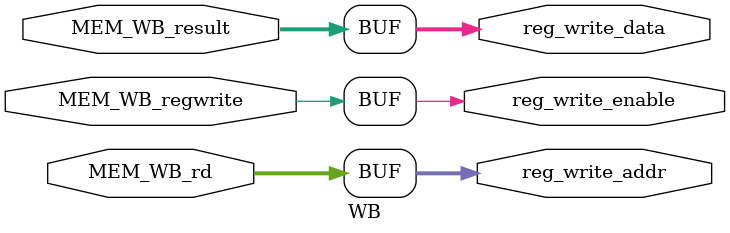
<source format=v>
module WB(
          input             MEM_WB_regwrite,
          input [4:0]       MEM_WB_rd,
          input [31:0]      MEM_WB_result,
          output reg [4:0]  reg_write_addr,
          output reg [31:0] reg_write_data,
          output reg        reg_write_enable
          );
   always @ *
     reg_write_enable = MEM_WB_regwrite;

   always @ *
     reg_write_data = MEM_WB_result;

   always @ *
     reg_write_addr = MEM_WB_rd;
endmodule

</source>
